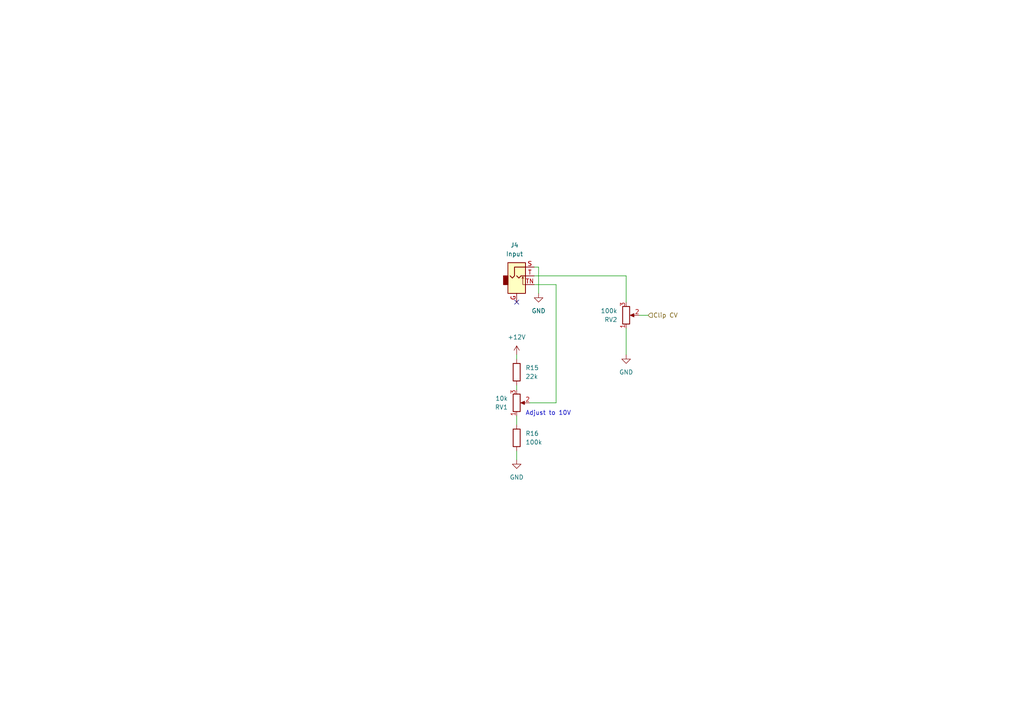
<source format=kicad_sch>
(kicad_sch (version 20230121) (generator eeschema)
  (paper "A4")
  (lib_symbols
    (symbol "Connector:AudioJack2_Ground_SwitchT"
      (property "Reference" "J" (at 0 8.89 0))
      (property "Value" "AudioJack2_Ground_SwitchT" (at 0 6.35 0))
      (symbol "AudioJack2_Ground_SwitchT_0_1"
        (rectangle (start -2.54 0) (end -3.81 -2.54) (stroke (width 0.254)) (fill (type outline)))
        (polyline (pts (xy 1.778 -0.254) (xy 2.032 -0.762)))
        (polyline (pts (xy 0 0) (xy 0.635 -0.635) (xy 1.27 0) (xy 2.54 0)) (stroke (width 0.254)))
        (polyline (pts (xy 2.54 -2.54) (xy 1.778 -2.54) (xy 1.778 -0.254) (xy 1.524 -0.762)))
        (polyline (pts (xy 2.54 2.54) (xy -0.635 2.54) (xy -0.635 0) (xy -1.27 -0.635) (xy -1.905 0)) (stroke (width 0.254)))
        (rectangle (start 2.54 3.81) (end -2.54 -5.08) (stroke (width 0.254)) (fill (type background)))
      )
      (symbol "AudioJack2_Ground_SwitchT_1_1"
        (pin passive line (at 0 -7.62 90) (length 2.54) (name "~") (number "G"))
        (pin passive line (at 5.08 2.54 180) (length 2.54) (name "~") (number "S"))
        (pin passive line (at 5.08 0 180) (length 2.54) (name "~") (number "T"))
        (pin passive line (at 5.08 -2.54 180) (length 2.54) (name "~") (number "TN"))
      )
    )
    (symbol "Device:R" (pin_numbers hide) (pin_names (offset 0))
      (property "Reference" "R" (at 2.032 0 90))
      (property "Value" "R" (at 0 0 90))
      (symbol "R_0_1"
        (rectangle (start -1.016 -2.54) (end 1.016 2.54) (stroke (width 0.254)))
      )
      (symbol "R_1_1"
        (pin passive line (at 0 3.81 270) (length 1.27) (name "~") (number "1"))
        (pin passive line (at 0 -3.81 90) (length 1.27) (name "~") (number "2"))
      )
    )
    (symbol "Device:R_Potentiometer" (pin_names (offset 1.016) hide)
      (property "Reference" "RV" (at -4.445 0 90))
      (property "Value" "R_Potentiometer" (at -2.54 0 90))
      (symbol "R_Potentiometer_0_1"
        (polyline (pts (xy 2.54 0) (xy 1.524 0)))
        (polyline (pts (xy 1.143 0) (xy 2.286 0.508) (xy 2.286 -0.508) (xy 1.143 0)) (fill (type outline)))
        (rectangle (start 1.016 2.54) (end -1.016 -2.54) (stroke (width 0.254)))
      )
      (symbol "R_Potentiometer_1_1"
        (pin passive line (at 0 3.81 270) (length 1.27) (name "1") (number "1"))
        (pin passive line (at 3.81 0 180) (length 1.27) (name "2") (number "2"))
        (pin passive line (at 0 -3.81 90) (length 1.27) (name "3") (number "3"))
      )
    )
    (symbol "power:+12V" (power) (pin_names (offset 0))
      (property "Value" "+12V" (at 0 3.556 0))
      (symbol "+12V_0_1"
        (polyline (pts (xy -0.762 1.27) (xy 0 2.54)))
        (polyline (pts (xy 0 0) (xy 0 2.54)))
        (polyline (pts (xy 0 2.54) (xy 0.762 1.27)))
      )
      (symbol "+12V_1_1"
        (pin power_in line (at 0 0 90) (length 0) hide (name "+12V") (number "1"))
      )
    )
    (symbol "power:GND" (power) (pin_names (offset 0))
      (property "Value" "GND" (at 0 -3.81 0))
      (symbol "GND_0_1"
        (polyline (pts (xy 0 0) (xy 0 -1.27) (xy 1.27 -1.27) (xy 0 -2.54) (xy -1.27 -1.27) (xy 0 -1.27)))
      )
      (symbol "GND_1_1"
        (pin power_in line (at 0 0 270) (length 0) hide (name "GND") (number "1"))
      )
    )
  )
  (no_connect (at 149.86 87.63))
  (wire (pts (xy 149.86 102.87) (xy 149.86 104.14)))
  (wire (pts (xy 149.86 120.65) (xy 149.86 123.19)))
  (wire (pts (xy 181.61 80.01) (xy 181.61 87.63)))
  (wire (pts (xy 149.86 130.81) (xy 149.86 133.35)))
  (wire (pts (xy 181.61 95.25) (xy 181.61 102.87)))
  (wire (pts (xy 161.29 82.55) (xy 154.94 82.55)))
  (wire (pts (xy 185.42 91.44) (xy 187.96 91.44)))
  (wire (pts (xy 154.94 80.01) (xy 181.61 80.01)))
  (wire (pts (xy 149.86 111.76) (xy 149.86 113.03)))
  (wire (pts (xy 161.29 82.55) (xy 161.29 116.84)))
  (wire (pts (xy 156.21 77.47) (xy 154.94 77.47)))
  (wire (pts (xy 156.21 85.09) (xy 156.21 77.47)))
  (wire (pts (xy 153.67 116.84) (xy 161.29 116.84)))
  (text "Adjust to 10V" (at 152.4 120.65 0) (effects (font (size 1.27 1.27)) (justify left bottom)))
  (hierarchical_label "Clip CV" (shape input) (at 187.96 91.44 0))
  (symbol (lib_id "power:+12V") (at 149.86 102.87 0) (unit 1)
    (property "Reference" "#PWR023" (effects hide))
    (property "Value" "+12V" (at 149.86 97.79 0))
    (instances (project "misterclippy" (path "" (reference "#PWR023") (unit 1)) (path "" (reference "#PWR027") (unit 1))))
  )
  (symbol (lib_id "Device:R") (at 149.86 107.95 0) (unit 1)
    (property "Reference" "R15" (at 152.4 106.6799 0) (effects (justify left)))
    (property "Value" "22k" (at 152.4 109.2199 0) (effects (justify left)))
    (property "Footprint" "Resistor_THT:R_Axial_DIN0207_L6.3mm_D2.5mm_P7.62mm_Horizontal" (effects hide))
    (instances (project "misterclippy" (path "" (reference "R15") (unit 1)) (path "" (reference "R17") (unit 1))))
  )
  (symbol (lib_id "power:GND") (at 156.21 85.09 0) (unit 1)
    (property "Reference" "#PWR025" (effects hide))
    (property "Value" "GND" (at 156.21 90.17 0))
    (instances (project "misterclippy" (path "" (reference "#PWR025") (unit 1)) (path "" (reference "#PWR029") (unit 1))))
  )
  (symbol (lib_id "Device:R_Potentiometer") (at 149.86 116.84 0) (mirror x) (unit 1)
    (property "Reference" "RV1" (at 147.32 118.1101 0) (effects (justify right)))
    (property "Value" "10k" (at 147.32 115.5701 0) (effects (justify right)))
    (property "Footprint" "Potentiometer_THT:Potentiometer_Piher_PT-10-V10_Vertical" (effects hide))
    (instances (project "misterclippy" (path "" (reference "RV1") (unit 1)) (path "" (reference "RV3") (unit 1))))
  )
  (symbol (lib_id "power:GND") (at 149.86 133.35 0) (unit 1)
    (property "Reference" "#PWR024" (effects hide))
    (property "Value" "GND" (at 149.86 138.43 0))
    (instances (project "misterclippy" (path "" (reference "#PWR024") (unit 1)) (path "" (reference "#PWR028") (unit 1))))
  )
  (symbol (lib_id "Device:R_Potentiometer") (at 181.61 91.44 0) (mirror x) (unit 1)
    (property "Reference" "RV2" (at 179.07 92.7101 0) (effects (justify right)))
    (property "Value" "100k" (at 179.07 90.1701 0) (effects (justify right)))
    (property "Footprint" "mopsy:Potentiometer_Befaco_12mm_Single_Vertical" (effects hide))
    (instances (project "misterclippy" (path "" (reference "RV2") (unit 1)) (path "" (reference "RV4") (unit 1))))
  )
  (symbol (lib_id "Connector:AudioJack2_Ground_SwitchT") (at 149.86 80.01 0) (unit 1)
    (property "Reference" "J4" (at 149.225 71.12 0))
    (property "Value" "Input" (at 149.225 73.66 0))
    (property "Footprint" "mopsy:Jack_3.5mm_QingPu_WQP-PJ398SM_Vertical_CircularHoles_Centered" (effects hide))
    (instances (project "misterclippy" (path "" (reference "J4") (unit 1)) (path "" (reference "J5") (unit 1))))
  )
  (symbol (lib_id "Device:R") (at 149.86 127 180) (unit 1)
    (property "Reference" "R16" (at 152.4 125.7299 0) (effects (justify right)))
    (property "Value" "100k" (at 152.4 128.2699 0) (effects (justify right)))
    (property "Footprint" "Resistor_THT:R_Axial_DIN0207_L6.3mm_D2.5mm_P7.62mm_Horizontal" (effects hide))
    (instances (project "misterclippy" (path "" (reference "R16") (unit 1)) (path "" (reference "R18") (unit 1))))
  )
  (symbol (lib_id "power:GND") (at 181.61 102.87 0) (unit 1)
    (property "Reference" "#PWR026" (effects hide))
    (property "Value" "GND" (at 181.61 107.95 0))
    (instances (project "misterclippy" (path "" (reference "#PWR026") (unit 1)) (path "" (reference "#PWR030") (unit 1))))
  )
)
</source>
